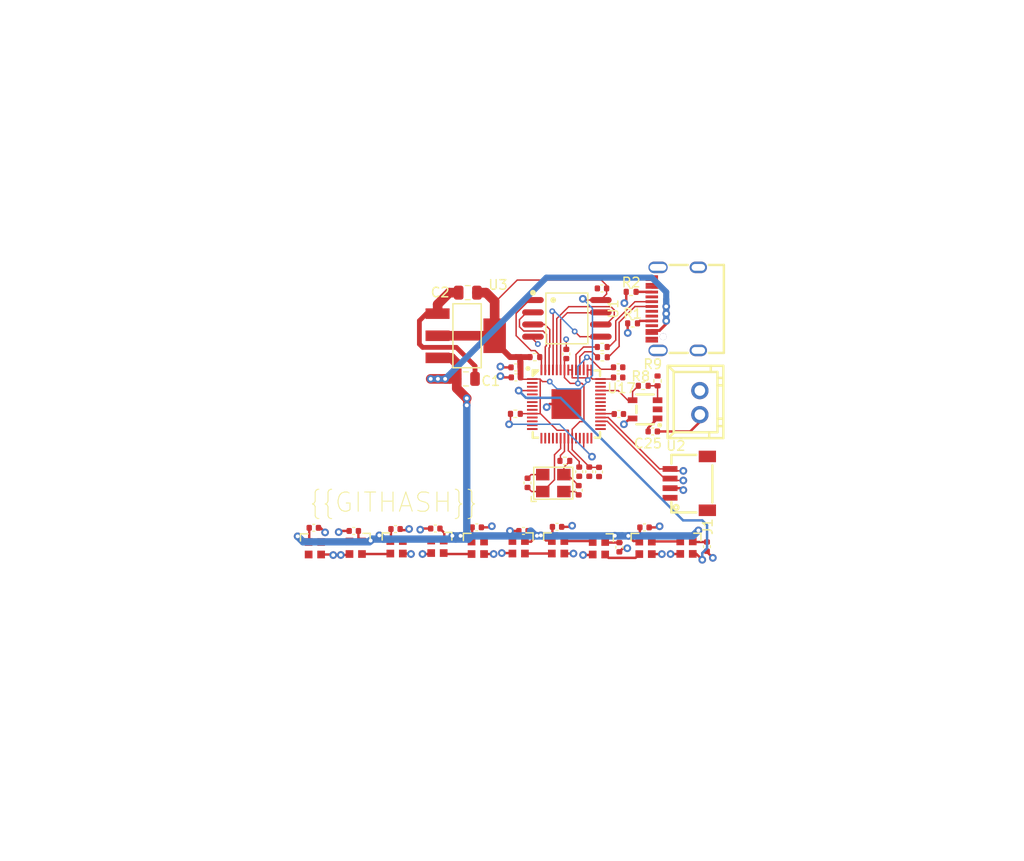
<source format=kicad_pcb>
(kicad_pcb (version 20240108) (generator "pcbnew") (generator_version "8.0")
  (layers (0 "F.Cu" signal) (31 "B.Cu" signal) (34 "B.Paste" user) (35 "F.Paste" user) (36 "B.SilkS" user "B.Silkscreen") (37 "F.SilkS" user "F.Silkscreen") (38 "B.Mask" user) (39 "F.Mask" user) (44 "Edge.Cuts" user))
  (net 0 "")
  (net 1 "vcc-1")
  (net 2 "dp")
  (net 3 "cc1")
  (net 4 "cc2")
  (net 5 "sub2")
  (net 6 "dm")
  (net 7 "gnd")
  (net 8 "sub1")
  (net 9 "inverting")
  (net 10 "audio_out")
  (net 11 "vcc-2")
  (net 12 "io2")
  (net 13 "io3")
  (net 14 "micro-cs-1")
  (net 15 "io1")
  (net 16 "io0")
  (net 17 "micro-sck-1")
  (net 18 "usb_dp")
  (net 19 "run")
  (net 20 "usb_dm")
  (net 21 "out")
  (net 22 "xout")
  (net 23 "xin")
  (net 24 "gpio15")
  (net 25 "micro-sck")
  (net 26 "micro.micro-vcc")
  (net 27 "gpio12")
  (net 28 "gpio18")
  (net 29 "gpio28_a2")
  (net 30 "miso")
  (net 31 "gpio16")
  (net 32 "gpio22")
  (net 33 "swclk")
  (net 34 "gpio0")
  (net 35 "micro-cs")
  (net 36 "gpio3")
  (net 37 "mosi")
  (net 38 "gpio2")
  (net 39 "gpio6")
  (net 40 "gpio14")
  (net 41 "gpio26_a0")
  (net 42 "gpio13")
  (net 43 "gpio17")
  (net 44 "sda")
  (net 45 "gpio23")
  (net 46 "tx")
  (net 47 "scl")
  (net 48 "gpio1")
  (net 49 "gpio7")
  (net 50 "gpio24")
  (net 51 "gpio25")
  (net 52 "swdio")
  (net 53 "gpio29_a3")
  (net 54 "gpio19")
  (net 55 "rx")
  (net 56 "led1.ic-vcc")
  (net 57 "led2.ic-vcc")
  (net 58 "mic_in")
  (net 59 "p2")
  (net 60 "mic_connector-vcc")
  (net 61 "led9.ic-vcc")
  (net 62 "led10.ic-vcc")
  (net 63 "led7.ic-vcc")
  (net 64 "led8.ic-vcc")
  (net 65 "led6.ic-vcc")
  (net 66 "led5.ic-vcc")
  (net 67 "led4.ic-vcc")
  (net 68 "led3.ic-vcc")
  (footprint "lib:C0402" (layer "F.Cu") (at 52.249053 133.099658 180)
    (property "Reference" "C23" (hide yes))
    (property "Value" "16V 100nF X7R ±10% 0402  Multilayer Ceramic Capacitors MLCC - SMD/SMT ROHS")
  )
  (footprint "lib:C0402" (layer "F.Cu") (at 78.068231 107.867973 180)
    (property "Reference" "C10" (hide yes))
    (property "Value" "25V 1uF X5R ±10% 0402  Multilayer Ceramic Capacitors MLCC - SMD/SMT ROHS")
  )
  (footprint "lib:C0402" (layer "F.Cu") (at 77.759443 126.962994 -90)
    (property "Reference" "C14" (hide yes))
    (property "Value" "25V 1uF X5R ±10% 0402  Multilayer Ceramic Capacitors MLCC - SMD/SMT ROHS")
  )
  (footprint "lib:C0402" (layer "F.Cu") (at 79.823626 120.935973)
    (property "Reference" "C9" (hide yes))
    (property "Value" "16V 100nF X7R ±10% 0402  Multilayer Ceramic Capacitors MLCC - SMD/SMT ROHS")
  )
  (footprint "lib:LED-SMD_4P-L2.0-W2.0-BR" (layer "F.Cu") (at 73.5 134.8 180)
    (property "Reference" "U10" (hide yes))
    (property "Value" "?")
  )
  (footprint "lib:C0805" (layer "F.Cu") (at 64.107449 108.30946 180)
    (property "Reference" "C2")
    (property "Value" "25V 10uF X5R ±10% 0805  Multilayer Ceramic Capacitors MLCC - SMD/SMT ROHS")
  )
  (footprint "lib:C0402" (layer "F.Cu") (at 73.391963 132.673858)
    (property "Reference" "C18" (hide yes))
    (property "Value" "16V 100nF X7R ±10% 0402  Multilayer Ceramic Capacitors MLCC - SMD/SMT ROHS")
  )
  (footprint "lib:C0402" (layer "F.Cu") (at 69.11598 117.12319 180)
    (property "Reference" "C8" (hide yes))
    (property "Value" "16V 100nF X7R ±10% 0402  Multilayer Ceramic Capacitors MLCC - SMD/SMT ROHS")
  )
  (footprint "lib:C0402" (layer "F.Cu") (at 75.645889 128.8667 -90)
    (property "Reference" "C4" (hide yes))
    (property "Value" "50V 20pF C0G ±5% 0402  Multilayer Ceramic Capacitors MLCC - SMD/SMT ROHS")
  )
  (footprint "lib:USB-C-SMD_KH-TYPE-C-16P" (layer "F.Cu") (at 85.67 110 90)
    (property "Reference" "U1")
    (property "Value" "?")
  )
  (footprint "lib:SOT-223-3_L6.5-W3.4-P2.30-LS7.0-BR" (layer "F.Cu") (at 63.932824 112.793388 180)
    (property "Reference" "U3")
    (property "Value" "?")
  )
  (footprint "lib:R0402" (layer "F.Cu") (at 83.85 117.49 90)
    (property "Reference" "R9")
    (property "Value" "62.5mW Thick Film Resistors 50V ±100ppm/℃ ±1% 10kΩ 0402  Chip Resistor - Surface Mount ROHS")
  )
  (footprint "lib:LED-SMD_4P-L2.0-W2.0-BR" (layer "F.Cu") (at 77.75 134.9 90)
    (property "Reference" "U9" (hide yes))
    (property "Value" "?")
  )
  (footprint "lib:CONN-SMD_4P-P1.00_SM04B-SRSS-TB-LF-SN" (layer "F.Cu") (at 87.09 128.15 90)
    (property "Reference" "J1")
    (property "Value" "?")
  )
  (footprint "lib:C0402" (layer "F.Cu") (at 48.091963 132.773858)
    (property "Reference" "C24" (hide yes))
    (property "Value" "16V 100nF X7R ±10% 0402  Multilayer Ceramic Capacitors MLCC - SMD/SMT ROHS")
  )
  (footprint "lib:LED-SMD_4P-L2.0-W2.0-BR" (layer "F.Cu") (at 69.4 134.8 90)
    (property "Reference" "U11" (hide yes))
    (property "Value" "?")
  )
  (footprint "lib:LED-SMD_4P-L2.0-W2.0-BR" (layer "F.Cu") (at 52.45 134.849658 90)
    (property "Reference" "U15" (hide yes))
    (property "Value" "?")
  )
  (footprint "lib:LED-SMD_4P-L2.0-W2.0-BR" (layer "F.Cu") (at 56.7 134.8 180)
    (property "Reference" "U14" (hide yes))
    (property "Value" "?")
  )
  (footprint "lib:C0402" (layer "F.Cu") (at 88.987555 134.73 -90)
    (property "Reference" "C15" (hide yes))
    (property "Value" "16V 100nF X7R ±10% 0402  Multilayer Ceramic Capacitors MLCC - SMD/SMT ROHS")
  )
  (footprint "lib:C0402" (layer "F.Cu") (at 69.087944 116.084464 180)
    (property "Reference" "C7" (hide yes))
    (property "Value" "16V 100nF X7R ±10% 0402  Multilayer Ceramic Capacitors MLCC - SMD/SMT ROHS")
  )
  (footprint "lib:SOT-23-5_L3.0-W1.7-P0.95-LS2.8-BR" (layer "F.Cu") (at 82.55 120.45)
    (property "Reference" "U17")
    (property "Value" "?")
  )
  (footprint "lib:LQFN-56_L7.0-W7.0-P0.4-EP" (layer "F.Cu") (at 74.36579 119.898441)
    (property "Reference" "U4" (hide yes))
    (property "Value" "?")
  )
  (footprint "lib:C0402" (layer "F.Cu") (at 82.491963 132.730948)
    (property "Reference" "C16" (hide yes))
    (property "Value" "16V 100nF X7R ±10% 0402  Multilayer Ceramic Capacitors MLCC - SMD/SMT ROHS")
  )
  (footprint "lib:R0402" (layer "F.Cu") (at 74.204851 125.811813)
    (property "Reference" "R5" (hide yes))
    (property "Value" "62.5mW Thick Film Resistors 50V ±100ppm/℃ ±1% 1kΩ 0402  Chip Resistor - Surface Mount ROHS")
  )
  (footprint "lib:C0402" (layer "F.Cu") (at 70.321768 128.096771 90)
    (property "Reference" "C3" (hide yes))
    (property "Value" "50V 20pF C0G ±5% 0402  Multilayer Ceramic Capacitors MLCC - SMD/SMT ROHS")
  )
  (footprint "lib:SOIC-8_L5.3-W5.3-P1.27-LS8.0-BL" (layer "F.Cu") (at 74.416104 110.989513 -90)
    (property "Reference" "U6" (hide yes))
    (property "Value" "?")
  )
  (footprint "lib:R0402" (layer "F.Cu") (at 78.096119 113.963617)
    (property "Reference" "R6" (hide yes))
    (property "Value" "62.5mW Thick Film Resistors 50V ±100ppm/℃ ±1% 27Ω 0402  Chip Resistor - Surface Mount ROHS")
  )
  (footprint "lib:R0402" (layer "F.Cu") (at 82.36 118)
    (property "Reference" "R8")
    (property "Value" "62.5mW Thick Film Resistors 50V ±100ppm/℃ ±1% 10kΩ 0402  Chip Resistor - Surface Mount ROHS")
  )
  (footprint "lib:R0402" (layer "F.Cu") (at 69.058759 120.917569 180)
    (property "Reference" "R3" (hide yes))
    (property "Value" "62.5mW Thick Film Resistors 50V ±100ppm/℃ ±1% 10kΩ 0402  Chip Resistor - Surface Mount ROHS")
  )
  (footprint "lib:LED-SMD_4P-L2.0-W2.0-BR" (layer "F.Cu") (at 82.6 134.85709 180)
    (property "Reference" "U8" (hide yes))
    (property "Value" "?")
  )
  (footprint "lib:C0402" (layer "F.Cu") (at 79.748019 116.072924)
    (property "Reference" "C12" (hide yes))
    (property "Value" "16V 100nF X7R ±10% 0402  Multilayer Ceramic Capacitors MLCC - SMD/SMT ROHS")
  )
  (footprint "lib:R0402" (layer "F.Cu") (at 78.109075 115.026072 180)
    (property "Reference" "R7" (hide yes))
    (property "Value" "62.5mW Thick Film Resistors 50V ±100ppm/℃ ±1% 27Ω 0402  Chip Resistor - Surface Mount ROHS")
  )
  (footprint "lib:CONN-TH_XH-2A" (layer "F.Cu") (at 88.25 119.75 90)
    (property "Reference" "U2")
    (property "Value" "?")
  )
  (footprint "lib:C0402" (layer "F.Cu") (at 69.9 133.1 180)
    (property "Reference" "C19" (hide yes))
    (property "Value" "16V 100nF X7R ±10% 0402  Multilayer Ceramic Capacitors MLCC - SMD/SMT ROHS")
  )
  (footprint "lib:OSC-SMD_4P-L3.2-W2.5-BL" (layer "F.Cu") (at 73.002824 128.12)
    (property "Reference" "U5" (hide yes))
    (property "Value" "?")
  )
  (footprint "lib:R0402" (layer "F.Cu") (at 81.25 111.5 180)
    (property "Reference" "R1")
    (property "Value" "62.5mW Thick Film Resistors 50V ±100ppm/℃ ±1% 5.1kΩ 0402  Chip Resistor - Surface Mount ROHS")
  )
  (footprint "lib:C0402" (layer "F.Cu") (at 79.748019 117.129664)
    (property "Reference" "C6" (hide yes))
    (property "Value" "16V 100nF X7R ±10% 0402  Multilayer Ceramic Capacitors MLCC - SMD/SMT ROHS")
  )
  (footprint "lib:LED-SMD_4P-L2.0-W2.0-BR" (layer "F.Cu") (at 86.861413 134.838037 90)
    (property "Reference" "U7" (hide yes))
    (property "Value" "?")
  )
  (footprint "lib:C0402" (layer "F.Cu") (at 79.876142 134.791963 -90)
    (property "Reference" "C17" (hide yes))
    (property "Value" "16V 100nF X7R ±10% 0402  Multilayer Ceramic Capacitors MLCC - SMD/SMT ROHS")
  )
  (footprint "lib:R0402" (layer "F.Cu") (at 71.080394 115.012652)
    (property "Reference" "R4" (hide yes))
    (property "Value" "62.5mW Thick Film Resistors 50V ±100ppm/℃ ±1% 10kΩ 0402  Chip Resistor - Surface Mount ROHS")
  )
  (footprint "lib:LED-SMD_4P-L2.0-W2.0-BR" (layer "F.Cu") (at 60.95 134.75 90)
    (property "Reference" "U13" (hide yes))
    (property "Value" "?")
  )
  (footprint "lib:C0402" (layer "F.Cu") (at 56.591963 132.9)
    (property "Reference" "C22" (hide yes))
    (property "Value" "16V 100nF X7R ±10% 0402  Multilayer Ceramic Capacitors MLCC - SMD/SMT ROHS")
  )
  (footprint "lib:C0402" (layer "F.Cu") (at 83.35 122.75 180)
    (property "Reference" "C25")
    (property "Value" "50V 10nF X7R ±10% 0402  Multilayer Ceramic Capacitors MLCC - SMD/SMT ROHS")
  )
  (footprint "lib:C0805" (layer "F.Cu") (at 63.909425 117.281475)
    (property "Reference" "C1")
    (property "Value" "25V 10uF X5R ±10% 0805  Multilayer Ceramic Capacitors MLCC - SMD/SMT ROHS")
  )
  (footprint "lib:R0402" (layer "F.Cu") (at 81.10043 108.226405 180)
    (property "Reference" "R2")
    (property "Value" "62.5mW Thick Film Resistors 50V ±100ppm/℃ ±1% 5.1kΩ 0402  Chip Resistor - Surface Mount ROHS")
  )
  (footprint "lib:C0402" (layer "F.Cu") (at 76.745239 126.934559 -90)
    (property "Reference" "C13" (hide yes))
    (property "Value" "16V 100nF X7R ±10% 0402  Multilayer Ceramic Capacitors MLCC - SMD/SMT ROHS")
  )
  (footprint "lib:C0402" (layer "F.Cu") (at 74.354692 114.6885 90)
    (property "Reference" "C11" (hide yes))
    (property "Value" "16V 100nF X7R ±10% 0402  Multilayer Ceramic Capacitors MLCC - SMD/SMT ROHS")
  )
  (footprint "lib:LED-SMD_4P-L2.0-W2.0-BR" (layer "F.Cu") (at 48.2 134.9 180)
    (property "Reference" "U16" (hide yes))
    (property "Value" "?")
  )
  (footprint "lib:C0402" (layer "F.Cu") (at 75.698284 126.934559 -90)
    (property "Reference" "C5" (hide yes))
    (property "Value" "16V 100nF X7R ±10% 0402  Multilayer Ceramic Capacitors MLCC - SMD/SMT ROHS")
  )
  (footprint "lib:C0402" (layer "F.Cu") (at 60.73 132.85 180)
    (property "Reference" "C21" (hide yes))
    (property "Value" "16V 100nF X7R ±10% 0402  Multilayer Ceramic Capacitors MLCC - SMD/SMT ROHS")
  )
  (footprint "lib:LED-SMD_4P-L2.0-W2.0-BR" (layer "F.Cu") (at 65.15 134.85 180)
    (property "Reference" "U12" (hide yes))
    (property "Value" "?")
  )
  (footprint "lib:C0402" (layer "F.Cu") (at 65.041963 132.723858)
    (property "Reference" "C20" (hide yes))
    (property "Value" "16V 100nF X7R ±10% 0402  Multilayer Ceramic Capacitors MLCC - SMD/SMT ROHS")
  )
  (gr_text "{{GITHASH}}" (at 47.5 131.3 0) (layer "F.SilkS") (effects (font (size 2 2) (thickness 0.1)) (justify left bottom)))
  (segment (start 47.611963 134.188037) (end 47.55 134.25) (width 0.25) (layer "F.Cu") (net 1))
  (segment (start 70.38 133.82) (end 70.05 134.15) (width 0.254) (layer "F.Cu") (net 1))
  (segment (start 72.911963 134.088037) (end 72.85 134.15) (width 0.25) (layer "F.Cu") (net 1))
  (segment (start 88.102488 133.044497) (end 87.573376 133.573609) (width 0.25) (layer "F.Cu") (net 1))
  (segment (start 79.05 133.6) (end 78.4 134.25) (width 0.25) (layer "F.Cu") (net 1))
  (segment (start 52.729053 133.828711) (end 52.729053 133.099658) (width 0.254) (layer "F.Cu") (net 1))
  (segment (start 71.70646 133.558925) (end 72.235572 134.088037) (width 0.25) (layer "F.Cu") (net 1))
  (segment (start 53.000342 134.1) (end 52.729053 133.828711) (width 0.254) (layer "F.Cu") (net 1))
  (segment (start 87.573376 134.25) (end 87.511413 134.188037) (width 0.25) (layer "F.Cu") (net 1))
  (segment (start 83.26 107.75) (end 84.204 107.75) (width 0.3) (layer "F.Cu") (net 1))
  (segment (start 62.25 117.281475) (end 60.25 117.281475) (width 1) (layer "F.Cu") (net 1))
  (segment (start 87.573376 133.573609) (end 87.573376 134.25) (width 0.25) (layer "F.Cu") (net 1))
  (segment (start 88.987555 134.25) (end 87.573376 134.25) (width 0.25) (layer "F.Cu") (net 1))
  (segment (start 61.75 117.281475) (end 60.25 117.281475) (width 0.635) (layer "F.Cu") (net 1))
  (segment (start 64.561963 134.138037) (end 64.5 134.2) (width 0.25) (layer "F.Cu") (net 1))
  (segment (start 56.111963 134.088037) (end 56.05 134.15) (width 0.25) (layer "F.Cu") (net 1))
  (segment (start 84.75 110.5) (end 84.75 111.25) (width 0.3) (layer "F.Cu") (net 1))
  (segment (start 62.959425 118.259425) (end 64 119.3) (width 1) (layer "F.Cu") (net 1))
  (segment (start 61.21 132.85) (end 61.661963 133.301963) (width 0.254) (layer "F.Cu") (net 1))
  (segment (start 70.688037 134.211963) (end 70.111963 134.211963) (width 0.25) (layer "F.Cu") (net 1))
  (segment (start 54.90646 133.558925) (end 55.435572 134.088037) (width 0.25) (layer "F.Cu") (net 1))
  (segment (start 72.235572 134.088037) (end 72.911963 134.088037) (width 0.25) (layer "F.Cu") (net 1))
  (segment (start 63.885572 134.138037) (end 64.561963 134.138037) (width 0.25) (layer "F.Cu") (net 1))
  (segment (start 70.111963 134.211963) (end 70.05 134.15) (width 0.25) (layer "F.Cu") (net 1))
  (segment (start 82.011963 134.145127) (end 81.95 134.20709) (width 0.25) (layer "F.Cu") (net 1))
  (segment (start 79.4 133.6) (end 79.05 133.6) (width 0.25) (layer "F.Cu") (net 1))
  (segment (start 79.876142 134.311963) (end 78.461963 134.311963) (width 0.25) (layer "F.Cu") (net 1))
  (segment (start 64 119.3) (end 64 120.031717) (width 0.762) (layer "F.Cu") (net 1))
  (segment (start 54 134.1) (end 53.000342 134.1) (width 0.254) (layer "F.Cu") (net 1))
  (segment (start 53.161963 134.261621) (end 53.1 134.199658) (width 0.25) (layer "F.Cu") (net 1))
  (segment (start 62.399009 115.093388) (end 60.962824 115.093388) (width 1) (layer "F.Cu") (net 1))
  (segment (start 62.959425 117.281475) (end 62.25 117.281475) (width 1) (layer "F.Cu") (net 1))
  (segment (start 70.38 133.1) (end 70.38 133.82) (width 0.254) (layer "F.Cu") (net 1))
  (segment (start 84.75 111.25) (end 84.75 111.551867) (width 0.3) (layer "F.Cu") (net 1))
  (segment (start 84.75 108.296) (end 84.75 109.75) (width 0.3) (layer "F.Cu") (net 1))
  (segment (start 80.110512 134.311963) (end 79.876142 134.311963) (width 0.25) (layer "F.Cu") (net 1))
  (segment (start 46.935572 134.188037) (end 47.611963 134.188037) (width 0.25) (layer "F.Cu") (net 1))
  (segment (start 61.938037 134.161963) (end 61.661963 134.161963) (width 0.25) (layer "F.Cu") (net 1))
  (segment (start 80.80646 133.616015) (end 81.335572 134.145127) (width 0.25) (layer "F.Cu") (net 1))
  (segment (start 62.25 117.281475) (end 61.75 117.281475) (width 1) (layer "F.Cu") (net 1))
  (segment (start 62.959425 117.281475) (end 62.959425 118.259425) (width 1) (layer "F.Cu") (net 1))
  (segment (start 84.75 111.551867) (end 84.051867 112.25) (width 0.3) (layer "F.Cu") (net 1))
  (segment (start 61.661963 133.301963) (end 61.661963 134.038037) (width 0.254) (layer "F.Cu") (net 1))
  (segment (start 78.461963 134.311963) (end 78.4 134.25) (width 0.25) (layer "F.Cu") (net 1))
  (segment (start 53.838379 134.261621) (end 53.161963 134.261621) (width 0.25) (layer "F.Cu") (net 1))
  (segment (start 47.611963 132.773858) (end 47.611963 134.188037) (width 0.25) (layer "F.Cu") (net 1))
  (segment (start 46.40646 133.658925) (end 46.935572 134.188037) (width 0.25) (layer "F.Cu") (net 1))
  (segment (start 82.011963 132.730948) (end 82.011963 134.145127) (width 0.25) (layer "F.Cu") (net 1))
  (segment (start 63.35646 133.608925) (end 63.885572 134.138037) (width 0.25) (layer "F.Cu") (net 1))
  (segment (start 84.204 107.75) (end 84.75 108.296) (width 0.3) (layer "F.Cu") (net 1))
  (segment (start 61.661963 134.038037) (end 61.6 134.1) (width 0.254) (layer "F.Cu") (net 1))
  (segment (start 62.959425 117.281475) (end 62.959425 115.653804) (width 1) (layer "F.Cu") (net 1))
  (segment (start 84.051867 112.25) (end 83.25 112.25) (width 0.3) (layer "F.Cu") (net 1))
  (segment (start 54 134.1) (end 53.838379 134.261621) (width 0.25) (layer "F.Cu") (net 1))
  (segment (start 62.959425 115.653804) (end 62.399009 115.093388) (width 1) (layer "F.Cu") (net 1))
  (segment (start 81.335572 134.145127) (end 82.011963 134.145127) (width 0.25) (layer "F.Cu") (net 1))
  (segment (start 62.5 133.6) (end 61.938037 134.161963) (width 0.25) (layer "F.Cu") (net 1))
  (segment (start 71.3 133.6) (end 70.688037 134.211963) (width 0.25) (layer "F.Cu") (net 1))
  (segment (start 56.111963 132.9) (end 56.111963 134.088037) (width 0.25) (layer "F.Cu") (net 1))
  (segment (start 84.75 109.75) (end 84.75 110.5) (width 0.3) (layer "F.Cu") (net 1))
  (segment (start 72.911963 132.673858) (end 72.911963 134.088037) (width 0.25) (layer "F.Cu") (net 1))
  (segment (start 55.435572 134.088037) (end 56.111963 134.088037) (width 0.25) (layer "F.Cu") (net 1))
  (segment (start 64.561963 132.723858) (end 64.561963 134.138037) (width 0.25) (layer "F.Cu") (net 1))
  (segment (start 61.661963 134.161963) (end 61.6 134.1) (width 0.25) (layer "F.Cu") (net 1))
  (via (at 61 117.281475) (size 0.8) (drill 0.4) (layers "F.Cu" "B.Cu") (net 1))
  (via (at 79.4 133.6) (size 0.8) (drill 0.4) (layers "F.Cu" "B.Cu") (net 1))
  (via (at 84.75 111.25) (size 0.8) (drill 0.4) (layers "F.Cu" "B.Cu") (net 1))
  (via (at 60.25 117.281475) (size 0.8) (drill 0.4) (layers "F.Cu" "B.Cu") (net 1))
  (via (at 80.80646 133.616015) (size 0.8) (drill 0.4) (layers "F.Cu" "B.Cu") (net 1))
  (via (at 71.70646 133.558925) (size 0.8) (drill 0.4) (layers "F.Cu" "B.Cu") (net 1))
  (via (at 64 119.3) (size 0.8) (drill 0.4) (layers "F.Cu" "B.Cu") (net 1))
  (via (at 88.102488 133.044497) (size 0.8) (drill 0.4) (layers "F.Cu" "B.Cu") (net 1))
  (via (at 46.40646 133.658925) (size 0.8) (drill 0.4) (layers "F.Cu" "B.Cu") (net 1))
  (via (at 63.35646 133.608925) (size 0.8) (drill 0.4) (layers "F.Cu" "B.Cu") (net 1))
  (via (at 84.75 109.75) (size 0.8) (drill 0.4) (layers "F.Cu" "B.Cu") (net 1))
  (via (at 64 120.031717) (size 0.8) (drill 0.4) (layers "F.Cu" "B.Cu") (net 1))
  (via (at 54 134.1) (size 0.8) (drill 0.4) (layers "F.Cu" "B.Cu") (net 1))
  (via (at 61.75 117.281475) (size 0.8) (drill 0.4) (layers "F.Cu" "B.Cu") (net 1))
  (via (at 84.75 110.5) (size 0.8) (drill 0.4) (layers "F.Cu" "B.Cu") (net 1))
  (via (at 71.3 133.6) (size 0.8) (drill 0.4) (layers "F.Cu" "B.Cu") (net 1))
  (via (at 54.90646 133.558925) (size 0.8) (drill 0.4) (layers "F.Cu" "B.Cu") (net 1))
  (via (at 62.5 133.6) (size 0.8) (drill 0.4) (layers "F.Cu" "B.Cu") (net 1))
  (segment (start 64 133.779449) (end 64.168283 133.947732) (width 0.762) (layer "B.Cu") (net 1))
  (segment (start 64.168283 133.947732) (end 56 133.947732) (width 0.762) (layer "B.Cu") (net 1))
  (segment (start 72.5 133.616015) (end 64.5 133.616015) (width 0.762) (layer "B.Cu") (net 1))
  (segment (start 72.5 133.616015) (end 71.81355 133.616015) (width 0.762) (layer "B.Cu") (net 1))
  (segment (start 62.847732 133.947732) (end 62.5 133.6) (width 0.762) (layer "B.Cu") (net 1))
  (segment (start 84.75 109.75) (end 84.75 109) (width 0.635) (layer "B.Cu") (net 1))
  (segment (start 53.868872 134.231128) (end 46.978663 134.231128) (width 0.762) (layer "B.Cu") (net 1))
  (segment (start 88.102488 133.044497) (end 87.53097 133.616015) (width 0.762) (layer "B.Cu") (net 1))
  (segment (start 56 133.947732) (end 55.295267 133.947732) (width 0.762) (layer "B.Cu") (net 1))
  (segment (start 56 133.947732) (end 54.152268 133.947732) (width 0.762) (layer "B.Cu") (net 1))
  (segment (start 84.75 109) (end 84.75 108.25) (width 0.635) (layer "B.Cu") (net 1))
  (segment (start 64 120.031717) (end 64 133.779449) (width 0.762) (layer "B.Cu") (net 1))
  (segment (start 61.75 117.281475) (end 61 117.281475) (width 0.635) (layer "B.Cu") (net 1))
  (segment (start 63.36355 133.616015) (end 63.35646 133.608925) (width 0.762) (layer "B.Cu") (net 1))
  (segment (start 81.8 133.616015) (end 80.2 133.616015) (width 0.762) (layer "B.Cu") (net 1))
  (segment (start 54.152268 133.947732) (end 53.868872 134.231128) (width 0.762) (layer "B.Cu") (net 1))
  (segment (start 64.5 133.616015) (end 62.516015 133.616015) (width 0.762) (layer "B.Cu") (net 1))
  (segment (start 71.15063 133.616015) (end 70.641075 133.10646) (width 0.762) (layer "B.Cu") (net 1))
  (segment (start 64.5 133.616015) (end 64.168283 133.947732) (width 0.762) (layer "B.Cu") (net 1))
  (segment (start 61 117.281475) (end 60.25 117.281475) (width 0.635) (layer "B.Cu") (net 1))
  (segment (start 84.75 109) (end 84.75 111.25) (width 0.635) (layer "B.Cu") (net 1))
  (segment (start 80.2 133.616015) (end 73.4 133.616015) (width 0.762) (layer "B.Cu") (net 1))
  (segment (start 64.5 133.616015) (end 63.36355 133.616015) (width 0.762) (layer "B.Cu") (net 1))
  (segment (start 62.516015 133.616015) (end 62.5 133.6) (width 0.762) (layer "B.Cu") (net 1))
  (segment (start 73.4 133.616015) (end 71.15063 133.616015) (width 0.762) (layer "B.Cu") (net 1))
  (segment (start 72.281475 106.75) (end 62.390737 116.640737) (width 0.635) (layer "B.Cu") (net 1))
  (segment (start 79.416015 133.616015) (end 79.4 133.6) (width 0.762) (layer "B.Cu") (net 1))
  (segment (start 46.978663 134.231128) (end 46.40646 133.658925) (width 0.762) (layer "B.Cu") (net 1))
  (segment (start 84.75 108.25) (end 83.25 106.75) (width 0.635) (layer "B.Cu") (net 1))
  (segment (start 54.152268 133.947732) (end 54 134.1) (width 0.762) (layer "B.Cu") (net 1))
  (segment (start 62.390737 116.640737) (end 62.140737 116.890737) (width 0.635) (layer "B.Cu") (net 1))
  (segment (start 80.2 133.616015) (end 79.416015 133.616015) (width 0.762) (layer "B.Cu") (net 1))
  (segment (start 81.8 133.616015) (end 80.80646 133.616015) (width 0.762) (layer "B.Cu") (net 1))
  (segment (start 71.81355 133.616015) (end 71.80646 133.608925) (width 0.762) (layer "B.Cu") (net 1))
  (segment (start 62.140737 116.890737) (end 62.140737 116.890738) (width 0.635) (layer "B.Cu") (net 1))
  (segment (start 55.295267 133.947732) (end 54.90646 133.558925) (width 0.762) (layer "B.Cu") (net 1))
  (segment (start 62.140737 116.890738) (end 61.75 117.281475) (width 0.635) (layer "B.Cu") (net 1))
  (segment (start 83.25 106.75) (end 72.281475 106.75) (width 0.635) (layer "B.Cu") (net 1))
  (segment (start 73.4 133.616015) (end 72.5 133.616015) (width 0.762) (layer "B.Cu") (net 1))
  (segment (start 87.53097 133.616015) (end 81.8 133.616015) (width 0.762) (layer "B.Cu") (net 1))
  (segment (start 78.786383 113.963617) (end 79.5 113.25) (width 0.1524) (layer "F.Cu") (net 2))
  (segment (start 83.25 109.25) (end 81.5 109.25) (width 0.1524) (layer "F.Cu") (net 2))
  (segment (start 78.606119 113.963617) (end 78.786383 113.963617) (width 0.1524) (layer "F.Cu") (net 2))
  (segment (start 79.5 111.25) (end 81.5 109.25) (width 0.1524) (layer "F.Cu") (net 2))
  (segment (start 79.5 113.25) (end 79.5 111.25) (width 0.1524) (layer "F.Cu") (net 2))
  (segment (start 83.25 111.25) (end 82.01 111.25) (width 0.25) (layer "F.Cu") (net 3))
  (segment (start 83.227051 111.227051) (end 83.25 111.25) (width 0.25) (layer "F.Cu") (net 3))
  (segment (start 82.01 111.25) (end 81.76 111.5) (width 0.25) (layer "F.Cu") (net 3))
  (segment (start 83.226405 108.226405) (end 83.25 108.25) (width 0.25) (layer "F.Cu") (net 4))
  (segment (start 81.61043 108.226405) (end 83.226405 108.226405) (width 0.25) (layer "F.Cu") (net 4))
  (segment (start 78.619075 115.026072) (end 78.723928 115.026072) (width 0.1524) (layer "F.Cu") (net 6))
  (segment (start 79.8524 113.8976) (end 79.8524 111.395968) (width 0.1524) (layer "F.Cu") (net 6))
  (segment (start 79.8524 111.395968) (end 81.498368 109.75) (width 0.1524) (layer "F.Cu") (net 6))
  (segment (start 83.25 109.75) (end 81.498368 109.75) (width 0.1524) (layer "F.Cu") (net 6))
  (segment (start 78.723928 115.026072) (end 79.8524 113.8976) (width 0.1524) (layer "F.Cu") (net 6))
  (segment (start 80.248105 134.9) (end 79.876142 135.271963) (width 0.25) (layer "F.Cu") (net 7))
  (segment (start 80.74 112.49) (end 80.74 111.5) (width 0.254) (layer "F.Cu") (net 7))
  (segment (start 80.75 112.5) (end 80.74 112.49) (width 0.254) (layer "F.Cu") (net 7))
  (segment (start 57.883268 133.016732) (end 58 132.9) (width 0.25) (layer "F.Cu") (net 7))
  (segment (start 86.19945 135.5) (end 86.211413 135.488037) (width 0.25) (layer "F.Cu") (net 7))
  (segment (start 70.698539 127.24) (end 70.321768 127.616771) (width 0.15) (layer "F.Cu") (net 7))
  (segment (start 51.769053 133.099658) (end 50.795441 133.099658) (width 0.25) (layer "F.Cu") (net 7))
  (segment (start 82.971963 132.730948) (end 83.945575 132.730948) (width 0.25) (layer "F.Cu") (net 7))
  (segment (start 67.5 116) (end 67.584464 116.084464) (width 0.254) (layer "F.Cu") (net 7))
  (segment (start 58.2 135.5) (end 58.15 135.45) (width 0.25) (layer "F.Cu") (net 7))
  (segment (start 88.987555 135.287555) (end 88.987555 135.21) (width 0.25) (layer "F.Cu") (net 7))
  (segment (start 67.62319 117.12319) (end 68.63598 117.12319) (width 0.254) (layer "F.Cu") (net 7))
  (segment (start 66.8 135.5) (end 65.8 135.5) (width 0.25) (layer "F.Cu") (net 7))
  (segment (start 85.2 135.5) (end 86.19945 135.5) (width 0.25) (layer "F.Cu") (net 7))
  (segment (start 67.650003 135.4) (end 68.7 135.4) (width 0.25) (layer "F.Cu") (net 7))
  (segment (start 49.262452 133.250128) (end 48.786182 132.773858) (width 0.25) (layer "F.Cu") (net 7))
  (segment (start 70.886104 112.889513) (end 70.886104 113.141912) (width 0.15) (layer "F.Cu") (net 7))
  (segment (start 65.521963 132.723858) (end 66.495575 132.723858) (width 0.25) (layer "F.Cu") (net 7))
  (segment (start 59.4 135.5) (end 60.2 135.5) (width 0.25) (layer "F.Cu") (net 7))
  (segment (start 75.299189 129) (end 74.102824 129) (width 0.15) (layer "F.Cu") (net 7))
  (segment (start 67.584464 116.084464) (end 68.607944 116.084464) (width 0.254) (layer "F.Cu") (net 7))
  (segment (start 68.5 133.1) (end 69.42 133.1) (width 0.254) (layer "F.Cu") (net 7))
  (segment (start 80.7 134.9) (end 80.248105 134.9) (width 0.25) (layer "F.Cu") (net 7))
  (segment (start 50.050683 135.55) (end 50.109539 135.608856) (width 0.25) (layer "F.Cu") (net 7))
  (segment (start 60.973521 109.525645) (end 62.189706 108.30946) (width 1) (layer "F.Cu") (net 7))
  (segment (start 62.916274 114.001838) (end 59.412559 114.001838) (width 0.5) (layer "F.Cu") (net 7))
  (segment (start 48.85 135.55) (end 50.050683 135.55) (width 0.25) (layer "F.Cu") (net 7))
  (segment (start 60.962824 110.493388) (end 60.973521 110.493388) (width 0.25) (layer "F.Cu") (net 7))
  (segment (start 51.699658 135.6) (end 51.8 135.499658) (width 0.25) (layer "F.Cu") (net 7))
  (segment (start 59.072449 113.661728) (end 59.072449 111.232368) (width 0.5) (layer "F.Cu") (net 7))
  (segment (start 60.973521 110.493388) (end 60.973521 109.525645) (width 1) (layer "F.Cu") (net 7))
  (segment (start 72.63421 119.898441) (end 72.31529 120.217361) (width 0.25) (layer "F.Cu") (net 7))
  (segment (start 60.2 135.5) (end 60.3 135.4) (width 0.25) (layer "F.Cu") (net 7))
  (segment (start 70.886104 113.141912) (end 71.39599 113.651798) (width 0.15) (layer "F.Cu") (net 7))
  (segment (start 60.25 132.85) (end 59.276388 132.85) (width 0.25) (layer "F.Cu") (net 7))
  (segment (start 48.786182 132.773858) (end 48.571963 132.773858) (width 0.25) (layer "F.Cu") (net 7))
  (segment (start 68.7 135.4) (end 68.75 135.45) (width 0.25) (layer "F.Cu") (net 7))
  (segment (start 80.396854 109.396854) (end 80.59043 109.203278) (width 0.254) (layer "F.Cu") (net 7))
  (segment (start 64.859425 117.281475) (end 64.859425 115.944989) (width 0.5) (layer "F.Cu") (net 7))
  (segment (start 66.495575 132.723858) (end 66.612307 132.607126) (width 0.25) (layer "F.Cu") (net 7))
  (segment (start 74.845575 132.673858) (end 74.962307 132.557126) (width 0.25) (layer "F.Cu") (net 7))
  (segment (start 77.05 135.6) (end 77.1 135.55) (width 0.25) (layer "F.Cu") (net 7))
  (segment (start 71.902824 127.24) (end 70.698539 127.24) (width 0.15) (layer "F.Cu") (net 7))
  (segment (start 76.1 135.6) (end 77.05 135.6) (width 0.25) (layer "F.Cu") (net 7))
  (segment (start 73.871963 132.673858) (end 74.845575 132.673858) (width 0.25) (layer "F.Cu") (net 7))
  (segment (start 58.15 135.45) (end 57.35 135.45) (width 0.25) (layer "F.Cu") (net 7))
  (segment (start 62.189706 108.30946) (end 63.157449 108.30946) (width 1) (layer "F.Cu") (net 7))
  (segment (start 59.412559 114.001838) (end 59.072449 113.661728) (width 0.5) (layer "F.Cu") (net 7))
  (segment (start 75.645889 129.3467) (end 75.299189 129) (width 0.15) (layer "F.Cu") (net 7))
  (segment (start 89.6 135.9) (end 88.987555 135.287555) (width 0.25) (layer "F.Cu") (net 7))
  (segment (start 74.36579 119.898441) (end 72.63421 119.898441) (width 0.25) (layer "F.Cu") (net 7))
  (segment (start 75.1 135.45) (end 74.15 135.45) (width 0.25) (layer "F.Cu") (net 7))
  (segment (start 50.9 135.6) (end 51.699658 135.6) (width 0.25) (layer "F.Cu") (net 7))
  (segment (start 67.5 117) (end 67.62319 117.12319) (width 0.254) (layer "F.Cu") (net 7))
  (segment (start 59.072449 111.232368) (end 59.811429 110.493388) (width 0.5) (layer "F.Cu") (net 7))
  (segment (start 59.811429 110.493388) (end 60.962824 110.493388) (width 0.5) (layer "F.Cu") (net 7))
  (segment (start 64.859425 115.944989) (end 62.916274 114.001838) (width 0.5) (layer "F.Cu") (net 7))
  (segment (start 80.59043 109.203278) (end 80.59043 108.226405) (width 0.254) (layer "F.Cu") (net 7))
  (segment (start 74.34029 113.159333) (end 74.354692 113.173735) (width 0.15) (layer "F.Cu") (net 7))
  (segment (start 56.909656 133.016732) (end 57.883268 133.016732) (width 0.25) (layer "F.Cu") (net 7))
  (segment (start 84.3 135.50709) (end 83.25 135.50709) (width 0.25) (layer "F.Cu") (net 7))
  (segment (start 83.945575 132.730948) (end 84.062307 132.614216) (width 0.25) (layer "F.Cu") (net 7))
  (segment (start 74.354692 113.173735) (end 74.354692 114.2085) (width 0.15) (layer "F.Cu") (net 7))
  (via (at 76.1 135.6) (size 0.8) (drill 0.4) (layers "F.Cu" "B.Cu") (net 7))
  (via (at 58 132.9) (size 0.8) (drill 0.4) (layers "F.Cu" "B.Cu") (net 7))
  (via (at 67.5 117) (size 0.8) (drill 0.4) (layers "F.Cu" "B.Cu") (net 7))
  (via (at 80.7 134.9) (size 0.8) (drill 0.4) (layers "F.Cu" "B.Cu") (net 7))
  (via (at 66.612307 132.607126) (size 0.8) (drill 0.4) (layers "F.Cu" "B.Cu") (net 7))
  (via (at 49.262452 133.250128) (size 0.8) (drill 0.4) (layers "F.Cu" "B.Cu") (net 7))
  (via (at 84.062307 132.614216) (size 0.8) (drill 0.4) (layers "F.Cu" "B.Cu") (net 7))
  (via (at 50.9 135.6) (size 0.8) (drill 0.4) (layers "F.Cu" "B.Cu") (net 7))
  (via (at 50.678709 133.21639) (size 0.8) (drill 0.4) (layers "F.Cu" "B.Cu") (net 7))
  (via (at 80.75 112.5) (size 0.8) (drill 0.4) (layers "F.Cu" "B.Cu") (net 7))
  (via (at 74.962307 132.557126) (size 0.8) (drill 0.4) (layers "F.Cu" "B.Cu") (net 7))
  (via (at 89.6 135.9) (size 0.8) (drill 0.4) (layers "F.Cu" "B.Cu") (net 7))
  (via (at 71.39599 113.651798) (size 0.6) (drill 0.3) (layers "F.Cu" "B.Cu") (net 7))
  (via (at 59.159656 132.966732) (size 0.8) (drill 0.4) (layers "F.Cu" "B.Cu") (net 7))
  (via (at 50.109539 135.608856) (size 0.8) (drill 0.4) (layers "F.Cu" "B.Cu") (net 7))
  (via (at 67.5 116) (size 0.8) (drill 0.4) (layers "F.Cu" "B.Cu") (net 7))
  (via (at 66.8 135.5) (size 0.8) (drill 0.4) (layers "F.Cu" "B.Cu") (net 7))
  (via (at 67.650003 135.4) (size 0.8) (drill 0.4) (layers "F.Cu" "B.Cu") (net 7))
  (via (at 75.1 135.45) (size 0.8) (drill 0.4) (layers "F.Cu" "B.Cu") (net 7))
  (via (at 80.396854 109.396854) (size 0.8) (drill 0.4) (layers "F.Cu" "B.Cu") (net 7))
  (via (at 72.31529 120.217361) (size 0.8) (drill 0.4) (layers "F.Cu" "B.Cu") (net 7))
  (via (at 59.4 135.5) (size 0.8) (drill 0.4) (layers "F.Cu" "B.Cu") (net 7))
  (via (at 58.2 135.5) (size 0.8) (drill 0.4) (layers "F.Cu" "B.Cu") (net 7))
  (via (at 84.3 135.50709) (size 0.8) (drill 0.4) (layers "F.Cu" "B.Cu") (net 7))
  (via (at 74.34029 113.159333) (size 0.6) (drill 0.3) (layers "F.Cu" "B.Cu") (net 7))
  (via (at 85.2 135.5) (size 0.8) (drill 0.4) (layers "F.Cu" "B.Cu") (net 7))
  (via (at 68.5 133.1) (size 0.8) (drill 0.4) (layers "F.Cu" "B.Cu") (net 7))
  (segment (start 82.87 118) (end 83.85 118) (width 0.1524) (layer "F.Cu") (net 9))
  (segment (start 83.85 119.5) (end 83.85 118) (width 0.1524) (layer "F.Cu") (net 9))
  (segment (start 79.748441 118.498441) (end 77.91579 118.498441) (width 0.1524) (layer "F.Cu") (net 10))
  (segment (start 81.25 119.5) (end 81.25 118.6) (width 0.1524) (layer "F.Cu") (net 10))
  (segment (start 80.75 119.5) (end 79.748441 118.498441) (width 0.1524) (layer "F.Cu") (net 10))
  (segment (start 81.25 119.5) (end 80.75 119.5) (width 0.1524) (layer "F.Cu") (net 10))
  (segment (start 81.25 118.6) (end 81.85 118) (width 0.1524) (layer "F.Cu") (net 10))
  (segment (start 77.946104 109.079513) (end 77.946104 109.053896) (width 0.15) (layer "F.Cu") (net 11))
  (segment (start 74.96579 117.148441) (end 74.99079 117.123441) (width 0.15) (layer "F.Cu") (net 11))
  (segment (start 74.99079 117.173441) (end 76.54079 117.173441) (width 0.15) (layer "F.Cu") (net 11))
  (segment (start 71.878472 117.561123) (end 72.633582 117.561123) (width 0.15) (layer "F.Cu") (net 11))
  (segment (start 76.201862 109.079513) (end 76.07579 108.953441) (width 0.15) (layer "F.Cu") (net 11))
  (segment (start 67.043389 109.206611) (end 66.902824 109.206611) (width 0.15) (layer "F.Cu") (net 11))
  (segment (start 79.295502 117.325254) (end 79.268689 117.298441) (width 0.15) (layer "F.Cu") (net 11))
  (segment (start 66.902824 109.206611) (end 66.902824 112.793388) (width 1) (layer "F.Cu") (net 11))
  (segment (start 71.61579 120.898441) (end 70.81579 120.898441) (width 0.15) (layer "F.Cu") (net 11))
  (segment (start 78 107) (end 69.25 107) (width 0.15) (layer "F.Cu") (net 11))
  (segment (start 78.548231 107.548231) (end 78 107) (width 0.15) (layer "F.Cu") (net 11))
  (segment (start 86.33 128.65) (end 86.53 128.85) (width 0.254) (layer "F.Cu") (net 11))
  (segment (start 74.99079 117.123441) (end 74.99079 117.173441) (width 0.15) (layer "F.Cu") (net 11))
  (segment (start 77.946104 109.079513) (end 76.201862 109.079513) (width 0.15) (layer "F.Cu") (net 11))
  (segment (start 69.567944 115.097532) (end 69.567944 115.5) (width 0.6096) (layer "F.Cu") (net 11))
  (segment (start 71.64079 117.323441) (end 71.878472 117.561123) (width 0.15) (layer "F.Cu") (net 11))
  (segment (start 69.567944 115.5) (end 69.59598 115.528036) (width 0.6096) (layer "F.Cu") (net 11))
  (segment (start 66.005673 108.30946) (end 66.902824 109.206611) (width 1) (layer "F.Cu") (net 11))
  (segment (start 85.15 128.65) (end 86.33 128.65) (width 0.254) (layer "F.Cu") (net 11))
  (segment (start 70.81579 117.298441) (end 71.61579 117.298441) (width 0.15) (layer "F.Cu") (net 11))
  (segment (start 73.39079 122.623441) (end 74.54079 122.623441) (width 0.15) (layer "F.Cu") (net 11))
  (segment (start 74.56579 123.448441) (end 74.56579 124.740124) (width 0.15) (layer "F.Cu") (net 11))
  (segment (start 75.698284 125.872618) (end 75.698284 126.454559) (width 0.15) (layer "F.Cu") (net 11))
  (segment (start 71.64079 117.323441) (end 71.64079 120.873441) (width 0.15) (layer "F.Cu") (net 11))
  (segment (start 77.070845 117.298441) (end 77.91579 117.298441) (width 0.15) (layer "F.Cu") (net 11))
  (segment (start 76.56579 117.148441) (end 76.56579 116.348441) (width 0.15) (layer "F.Cu") (net 11))
  (segment (start 69.25 107) (end 67.043389 109.206611) (width 0.15) (layer "F.Cu") (net 11))
  (segment (start 66.902824 113.402824) (end 66.902824 112.793388) (width 0.6096) (layer "F.Cu") (net 11))
  (segment (start 76.96579 116.348441) (end 76.56579 116.348441) (width 0.15) (layer "F.Cu") (net 11))
  (segment (start 69.122088 115.012652) (end 68.512652 115.012652) (width 0.6096) (layer "F.Cu") (net 11))
  (segment (start 71.64079 120.873441) (end 73.39079 122.623441) (width 0.15) (layer "F.Cu") (net 11))
  (segment (start 74.96579 116.348441) (end 74.96579 117.148441) (width 0.15) (layer "F.Cu") (net 11))
  (segment (start 60.962824 112.793388) (end 66.902824 112.793388) (width 1) (layer "F.Cu") (net 11))
  (segment (start 69.59598 115.528036) (end 69.59598 117.12319) (width 0.6096) (layer "F.Cu") (net 11))
  (segment (start 77.91579 120.898441) (end 79.306094 120.898441) (width 0.15) (layer "F.Cu") (net 11))
  (segment (start 69.567944 115.5) (end 69.567944 116.084464) (width 0.6096) (layer "F.Cu") (net 11))
  (segment (start 70.79079 117.323441) (end 70.81579 117.298441) (width 0.15) (layer "F.Cu") (net 11))
  (segment (start 69.587887 120.898441) (end 69.568759 120.917569) (width 0.15) (layer "F.Cu") (net 11))
  (segment (start 76.54079 117.173441) (end 76.56579 117.148441) (width 0.15) (layer "F.Cu") (net 11))
  (segment (start 70.570394 115.012652) (end 69.122088 115.012652) (width 0.6096) (layer "F.Cu") (net 11))
  (segment (start 69.567944 116.084464) (end 69.567944 117.095154) (width 0.15) (layer "F.Cu") (net 11))
  (segment (start 78.548231 107.867973) (end 78.548231 107.548231) (width 0.15) (layer "F.Cu") (net 11))
  (segment (start 69.652824 115.012652) (end 69.567944 115.097532) (width 0.6096) (layer "F.Cu") (net 11))
  (segment (start 68.512652 115.012652) (end 66.902824 113.402824) (width 0.6096) (layer "F.Cu") (net 11))
  (segment (start 74.56579 124.740124) (end 75.698284 125.872618) (width 0.15) (layer "F.Cu") (net 11))
  (segment (start 71.61579 117.298441) (end 71.64079 117.323441) (width 0.15) (layer "F.Cu") (net 11))
  (segment (start 65.057449 108.30946) (end 66.005673 108.30946) (width 1) (layer "F.Cu") (net 11))
  (segment (start 80.35 122) (end 80.95 121.4) (width 0.254) (layer "F.Cu") (net 11))
  (segment (start 77.946104 109.053896) (end 78.548231 108.451769) (width 0.15) (layer "F.Cu") (net 11))
  (segment (start 69.59598 117.12319) (end 69.796231 117.323441) (width 0.15) (layer "F.Cu") (net 11))
  (segment (start 79.306094 120.898441) (end 79.343626 120.935973) (width 0.15) (layer "F.Cu") (net 11))
  (segment (start 70.81579 120.898441) (end 69.587887 120.898441) (width 0.15) (layer "F.Cu") (net 11))
  (segment (start 74.54079 122.623441) (end 74.56579 122.648441) (width 0.15) (layer "F.Cu") (net 11))
  (segment (start 76.96579 117.193386) (end 77.070845 117.298441) (width 0.15) (layer "F.Cu") (net 11))
  (segment (start 80.95 121.4) (end 81.25 121.4) (width 0.254) (layer "F.Cu") (net 11))
  (segment (start 69.122088 115.012652) (end 69.652824 115.012652) (width 0.6096) (layer "F.Cu") (net 11))
  (segment (start 74.56579 122.648441) (end 74.56579 123.448441) (width 0.15) (layer "F.Cu") (net 11))
  (segment (start 69.796231 117.323441) (end 70.79079 117.323441) (width 0.15) (layer "F.Cu") (net 11))
  (segment (start 79.268689 117.298441) (end 77.91579 117.298441) (width 0.15) (layer "F.Cu") (net 11))
  (segment (start 76.96579 116.348441) (end 76.96579 117.193386) (width 0.15) (layer "F.Cu") (net 11))
  (segment (start 71.64079 120.873441) (end 71.61579 120.898441) (width 0.15) (layer "F.Cu") (net 11))
  (segment (start 69.567944 117.095154) (end 69.59598 117.12319) (width 0.15) (layer "F.Cu") (net 11))
  (segment (start 74.56579 116.348441) (end 74.96579 116.348441) (width 0.15) (layer "F.Cu") (net 11))
  (segment (start 78.548231 108.451769) (end 78.548231 107.867973) (width 0.15) (layer "F.Cu") (net 11))
  (via (at 76.07579 108.953441) (size 0.8) (drill 0.4) (layers "F.Cu" "B.Cu") (net 11))
  (via (at 80.35 122) (size 0.8) (drill 0.4) (layers "F.Cu" "B.Cu") (net 11))
  (via (at 72.633582 117.561123) (size 0.6) (drill 0.3) (layers "F.Cu" "B.Cu") (net 11))
  (via (at 86.53 128.85) (size 0.8) (drill 0.4) (layers "F.Cu" "B.Cu") (net 11))
  (via (at 76.589239 117.403001) (size 0.6) (drill 0.3) (layers "F.Cu" "B.Cu") (net 11))
  (segment (start 76.07579 108.953441) (end 77.078314 109.955965) (width 0.15) (layer "B.Cu") (net 11))
  (segment (start 76.589239 117.538687) (end 75.804985 118.322941) (width 0.15) (layer "B.Cu") (net 11))
  (segment (start 76.589239 117.403001) (end 76.589239 117.538687) (width 0.15) (layer "B.Cu") (net 11))
  (segment (start 77.078314 109.955965) (end 77.078314 116.913926) (width 0.15) (layer "B.Cu") (net 11))
  (segment (start 73.3954 118.322941) (end 72.633582 117.561123) (width 0.15) (layer "B.Cu") (net 11))
  (segment (start 75.804985 118.322941) (end 73.3954 118.322941) (width 0.15) (layer "B.Cu") (net 11))
  (segment (start 77.078314 116.913926) (end 76.589239 117.403001) (width 0.15) (layer "B.Cu") (net 11))
  (segment (start 72.636104 113.977914) (end 72.56579 114.048228) (width 0.15) (layer "F.Cu") (net 12))
  (segment (start 72.11531 111.619513) (end 72.636104 112.140307) (width 0.15) (layer "F.Cu") (net 12))
  (segment (start 72.636104 112.140307) (end 72.636104 113.977914) (width 0.15) (layer "F.Cu") (net 12))
  (segment (start 72.56579 114.048228) (end 72.56579 116.348441) (width 0.15) (layer "F.Cu") (net 12))
  (segment (start 70.886104 111.619513) (end 72.11531 111.619513) (width 0.15) (layer "F.Cu") (net 12))
  (segment (start 77.253834 110.406783) (end 74.461358 110.406783) (width 0.15) (layer "F.Cu") (net 13))
  (segment (start 74.461358 110.406783) (end 73.76579 111.102351) (width 0.15) (layer "F.Cu") (net 13))
  (segment (start 77.301104 110.359513) (end 77.253834 110.406783) (width 0.15) (layer "F.Cu") (net 13))
  (segment (start 73.76579 111.102351) (end 73.76579 116.348441) (width 0.15) (layer "F.Cu") (net 13))
  (segment (start 77.946104 110.359513) (end 77.301104 110.359513) (width 0.15) (layer "F.Cu") (net 13))
  (segment (start 69.136104 112.783899) (end 70.690034 114.337829) (width 0.15) (layer "F.Cu") (net 14))
  (segment (start 70.690034 114.337829) (end 71.114637 114.337829) (width 0.15) (layer "F.Cu") (net 14))
  (segment (start 70.521718 109.079513) (end 69.136104 110.465127) (width 0.15) (layer "F.Cu") (net 14))
  (segment (start 71.76579 114.988982) (end 71.76579 116.348441) (width 0.15) (layer "F.Cu") (net 14))
  (segment (start 71.114637 114.337829) (end 71.76579 114.988982) (width 0.15) (layer "F.Cu") (net 14))
  (segment (start 70.886104 109.079513) (end 70.521718 109.079513) (width 0.15) (layer "F.Cu") (net 14))
  (segment (start 69.136104 110.465127) (end 69.136104 112.783899) (width 0.15) (layer "F.Cu") (net 14))
  (segment (start 72.19079 116.373441) (end 72.19079 116.573441) (width 0.15) (layer "F.Cu") (net 15))
  (segment (start 70.241104 110.359513) (end 69.486104 111.114513) (width 0.15) (layer "F.Cu") (net 15))
  (segment (start 69.486104 111.114513) (end 69.486104 111.863899) (width 0.15) (layer "F.Cu") (net 15))
  (segment (start 70.886104 110.359513) (end 70.241104 110.359513) (width 0.15) (layer "F.Cu") (net 15))
  (segment (start 72.286104 113.832939) (end 72.16579 113.953253) (width 0.15) (layer "F.Cu") (net 15))
  (segment (start 69.921718 112.299513) (end 71.94049 112.299513) (width 0.15) (layer "F.Cu") (net 15))
  (segment (start 71.94049 112.299513) (end 72.286104 112.645127) (width 0.15) (layer "F.Cu") (net 15))
  (segment (start 69.486104 111.863899) (end 69.921718 112.299513) (width 0.15) (layer "F.Cu") (net 15))
  (segment (start 72.16579 113.953253) (end 72.16579 116.348441) (width 0.15) (layer "F.Cu") (net 15))
  (segment (start 72.286104 112.645127) (end 72.286104 113.832939) (width 0.15) (layer "F.Cu") (net 15))
  (segment (start 72.16579 116.348441) (end 72.19079 116.373441) (width 0.15) (layer "F.Cu") (net 15))
  (segment (start 77.946104 112.889513) (end 75.772444 112.889513) (width 0.15) (layer "F.Cu") (net 16))
  (segment (start 72.986104 110.334503) (end 72.896039 110.244438) (width 0.15) (layer "F.Cu") (net 16))
  (segment (start 72.986104 116.328127) (end 72.986104 110.334503) (width 0.15) (layer "F.Cu") (net 16))
  (segment (start 75.772444 112.889513) (end 75.228618 112.345687) (width 0.15) (layer "F.Cu") (net 16))
  (segment (start 78.489718 112.889513) (end 77.946104 112.889513) (width 0.15) (layer "F.Cu") (net 16))
  (segment (start 72.96579 116.348441) (end 72.986104 116.328127) (width 0.15) (layer "F.Cu") (net 16))
  (via (at 72.896039 110.244438) (size 0.6) (drill 0.3) (layers "F.Cu" "B.Cu") (net 16))
  (via (at 75.228618 112.345687) (size 0.6) (drill 0.3) (layers "F.Cu" "B.Cu") (net 16))
  (segment (start 75.228618 112.345687) (end 73.127369 110.244438) (width 0.15) (layer "B.Cu") (net 16))
  (segment (start 73.127369 110.244438) (end 72.896039 110.244438) (width 0.15) (layer "B.Cu") (net 16))
  (segment (start 79.346104 110.115127) (end 78.996873 109.765896) (width 0.15) (layer "F.Cu") (net 17))
  (segment (start 79.346104 110.763127) (end 79.346104 110.115127) (width 0.15) (layer "F.Cu") (net 17))
  (segment (start 77.946104 111.619513) (end 78.489718 111.619513) (width 0.15) (layer "F.Cu") (net 17))
  (segment (start 73.36579 111.007377) (end 73.36579 116.348441) (width 0.15) (layer "F.Cu") (net 17))
  (segment (start 74.607271 109.765896) (end 73.36579 111.007377) (width 0.15) (layer "F.Cu") (net 17))
  (segment (start 78.489718 111.619513) (end 79.346104 110.763127) (width 0.15) (layer "F.Cu") (net 17))
  (segment (start 78.996873 109.765896) (end 74.607271 109.765896) (width 0.15) (layer "F.Cu") (net 17))
  (segment (start 75.36579 114.743441) (end 75.36579 116.348441) (width 0.15) (layer "F.Cu") (net 18))
  (segment (start 76.145614 113.963617) (end 75.36579 114.743441) (width 0.15) (layer "F.Cu") (net 18))
  (segment (start 77.586119 113.963617) (end 76.145614 113.963617) (width 0.15) (layer "F.Cu") (net 18))
  (segment (start 77.027824 125.375) (end 76.16579 124.512966) (width 0.1524) (layer "F.Cu") (net 19))
  (segment (start 76.16579 124.512966) (end 76.16579 123.448441) (width 0.1524) (layer "F.Cu") (net 19))
  (segment (start 68.548759 121.854065) (end 68.548759 120.917569) (width 0.1524) (layer "F.Cu") (net 19))
  (segment (start 68.402824 122) (end 68.548759 121.854065) (width 0.1524) (layer "F.Cu") (net 19))
  (via (at 68.402824 122) (size 0.8) (drill 0.4) (layers "F.Cu" "B.Cu") (net 19))
  (via (at 77.027824 125.375) (size 0.8) (drill 0.4) (layers "F.Cu" "B.Cu") (net 19))
  (segment (start 77.027824 125.375) (end 73.652824 122) (width 0.1524) (layer "B.Cu") (net 19))
  (segment (start 73.652824 122) (end 68.402824 122) (width 0.1524) (layer "B.Cu") (net 19))
  (segment (start 76.265141 114.461923) (end 77.034926 114.461923) (width 0.15) (layer "F.Cu") (net 20))
  (segment (start 75.76579 116.348441) (end 75.76579 114.961274) (width 0.15) (layer "F.Cu") (net 20))
  (segment (start 75.76579 114.961274) (end 76.265141 114.461923) (width 0.15) (layer "F.Cu") (net 20))
  (segment (start 77.034926 114.461923) (end 77.599075 115.026072) (width 0.15) (layer "F.Cu") (net 20))
  (segment (start 74.764745 125.810445) (end 74.102824 126.472366) (width 0.15) (layer "F.Cu") (net 21))
  (segment (start 74.102824 126.472366) (end 74.102824 127.24) (width 0.15) (layer "F.Cu") (net 21))
  (segment (start 75.645889 128.3867) (end 74.499189 127.24) (width 0.15) (layer "F.Cu") (net 21))
  (segment (start 74.499189 127.24) (end 74.102824 127.24) (width 0.15) (layer "F.Cu") (net 21))
  (segment (start 74.16579 123.448441) (end 74.16579 124.824903) (width 0.15) (layer "F.Cu") (net 22))
  (segment (start 73.744745 125.245948) (end 73.744745 125.810445) (width 0.15) (layer "F.Cu") (net 22))
  (segment (start 74.16579 124.824903) (end 73.744745 125.245948) (width 0.15) (layer "F.Cu") (net 22))
  (segment (start 73.127824 127.775) (end 71.902824 129) (width 0.15) (layer "F.Cu") (net 23))
  (segment (start 73.127824 125.171351) (end 73.127824 127.775) (width 0.15) (layer "F.Cu") (net 23))
  (segment (start 70.744997 129) (end 71.902824 129) (width 0.15) (layer "F.Cu") (net 23))
  (segment (start 73.76579 124.533385) (end 73.127824 125.171351) (width 0.15) (layer "F.Cu") (net 23))
  (segment (start 70.321768 128.576771) (end 70.744997 129) (width 0.15) (layer "F.Cu") (net 23))
  (segment (start 73.76579 123.448441) (end 73.76579 124.533385) (width 0.15) (layer "F.Cu") (net 23))
  (segment (start 76.16579 115.374447) (end 76.503314 115.036923) (width 0.15) (layer "F.Cu") (net 26))
  (segment (start 74.96579 123.448441) (end 74.96579 124.64515) (width 0.15) (layer "F.Cu") (net 26))
  (segment (start 76.19079 117.958441) (end 76.19079 121.723441) (width 0.15) (layer "F.Cu") (net 26))
  (segment (start 74.96579 123.448441) (end 74.96579 122.525143) (width 0.15) (layer "F.Cu") (net 26))
  (segment (start 79.284305 116.278624) (end 77.951799 116.278624) (width 0.15) (layer "F.Cu") (net 26))
  (segment (start 76.773674 126.482994) (end 76.745239 126.454559) (width 0.15) (layer "F.Cu") (net 26))
  (segment (start 75.566812 117.747941) (end 75.98029 117.747941) (width 0.15) (layer "F.Cu") (net 26))
  (segment (start 75.98029 117.747941) (end 76.19079 117.958441) (width 0.15) (layer "F.Cu") (net 26))
  (segment (start 76.16579 116.348441) (end 76.16579 115.374447) (width 0.15) (layer "F.Cu") (net 26))
  (segment (start 75.767492 121.723441) (end 76.19079 121.723441) (width 0.15) (layer "F.Cu") (net 26))
  (segment (start 74.16579 115.357402) (end 74.354692 115.1685) (width 0.15) (layer "F.Cu") (net 26))
  (segment (start 74.76529 117.747941) (end 75.566812 117.747941) (width 0.15) (layer "F.Cu") (net 26))
  (segment (start 74.96579 122.525143) (end 75.767492 121.723441) (width 0.15) (layer "F.Cu") (net 26))
  (segment (start 74.16579 116.348441) (end 74.16579 115.357402) (width 0.15) (layer "F.Cu") (net 26))
  (segment (start 76.745239 126.424599) (end 76.745239 126.454559) (width 0.15) (layer "F.Cu") (net 26))
  (segment (start 76.19079 121.723441) (end 76.19079 121.467999) (width 0.15) (layer "F.Cu") (net 26))
  (segment (start 74.96579 124.64515) (end 76.745239 126.424599) (width 0.15) (layer "F.Cu") (net 26))
  (segment (start 76.710098 115.036923) (end 76.503314 115.036923) (width 0.15) (layer "F.Cu") (net 26))
  (segment (start 77.951799 116.278624) (end 76.710098 115.036923) (width 0.15) (layer "F.Cu") (net 26))
  (segment (start 74.16579 116.348441) (end 74.16579 117.148441) (width 0.15) (layer "F.Cu") (net 26))
  (segment (start 74.16579 117.148441) (end 74.76529 117.747941) (width 0.15) (layer "F.Cu") (net 26))
  (segment (start 77.759443 126.482994) (end 76.773674 126.482994) (width 0.15) (layer "F.Cu") (net 26))
  (via (at 76.503314 115.036923) (size 0.6) (drill 0.3) (layers "F.Cu" "B.Cu") (net 26))
  (via (at 75.566812 117.747941) (size 0.6) (drill 0.3) (layers "F.Cu" "B.Cu") (net 26))
  (segment (start 75.566812 115.973425) (end 76.503314 115.036923) (width 0.15) (layer "B.Cu") (net 26))
  (segment (start 75.566812 117.747941) (end 75.566812 115.973425) (width 0.15) (layer "B.Cu") (net 26))
  (segment (start 88.5 136.1) (end 87.888037 135.488037) (width 0.254) (layer "F.Cu") (net 38))
  (segment (start 70.81579 118.498441) (end 69.402824 118.498441) (width 0.1524) (layer "F.Cu") (net 38))
  (segment (start 87.888037 135.488037) (end 87.511413 135.488037) (width 0.254) (layer "F.Cu") (net 38))
  (via (at 88.5 136.1) (size 0.8) (drill 0.4) (layers "F.Cu" "B.Cu") (net 38))
  (via (at 69.402824 118.498441) (size 0.8) (drill 0.4) (layers "F.Cu" "B.Cu") (net 38))
  (segment (start 88.5 135.4) (end 89 134.9) (width 0.254) (layer "B.Cu") (net 38))
  (segment (start 86.503945 132) (end 73.753945 119.25) (width 0.254) (layer "B.Cu") (net 38))
  (segment (start 88.5 132) (end 86.503945 132) (width 0.254) (layer "B.Cu") (net 38))
  (segment (start 89 134.9) (end 89 132.5) (width 0.254) (layer "B.Cu") (net 38))
  (segment (start 70.154383 119.25) (end 69.402824 118.498441) (width 0.254) (layer "B.Cu") (net 38))
  (segment (start 88.5 136.1) (end 88.5 135.4) (width 0.254) (layer "B.Cu") (net 38))
  (segment (start 89 132.5) (end 88.5 132) (width 0.254) (layer "B.Cu") (net 38))
  (segment (start 73.753945 119.25) (end 70.154383 119.25) (width 0.254) (layer "B.Cu") (net 38))
  (segment (start 86.53 127.85) (end 85.35 127.85) (width 0.1524) (layer "F.Cu") (net 44))
  (segment (start 85.15 127.65) (end 84.571381 127.65) (width 0.1524) (layer "F.Cu") (net 44))
  (segment (start 84.571381 127.65) (end 78.619822 121.698441) (width 0.1524) (layer "F.Cu") (net 44))
  (segment (start 85.35 127.85) (end 85.15 127.65) (width 0.1524) (layer "F.Cu") (net 44))
  (segment (start 78.619822 121.698441) (end 77.91579 121.698441) (width 0.1524) (layer "F.Cu") (net 44))
  (via (at 86.53 127.85) (size 0.8) (drill 0.4) (layers "F.Cu" "B.Cu") (net 44))
  (segment (start 86.53 126.85) (end 85.35 126.85) (width 0.1524) (layer "F.Cu") (net 47))
  (segment (start 84.069749 126.65) (end 85.15 126.65) (width 0.1524) (layer "F.Cu") (net 47))
  (segment (start 78.71819 121.298441) (end 84.069749 126.65) (width 0.1524) (layer "F.Cu") (net 47))
  (segment (start 77.91579 121.298441) (end 78.71819 121.298441) (width 0.1524) (layer "F.Cu") (net 47))
  (segment (start 85.35 126.85) (end 85.15 126.65) (width 0.1524) (layer "F.Cu") (net 47))
  (via (at 86.53 126.85) (size 0.8) (drill 0.4) (layers "F.Cu" "B.Cu") (net 47))
  (segment (start 83.269053 134.188037) (end 83.25 134.20709) (width 0.254) (layer "F.Cu") (net 56))
  (segment (start 86.211413 134.188037) (end 83.269053 134.188037) (width 0.254) (layer "F.Cu") (net 56))
  (segment (start 78.75 135.9) (end 78.4 135.55) (width 0.254) (layer "F.Cu") (net 57))
  (segment (start 81.95 135.50709) (end 81.55709 135.9) (width 0.254) (layer "F.Cu") (net 57))
  (segment (start 81.55709 135.9) (end 78.75 135.9) (width 0.254) (layer "F.Cu") (net 57))
  (segment (start 82.87 122.38) (end 83.85 121.4) (width 0.254) (layer "F.Cu") (net 58))
  (segment (start 82.87 122.75) (end 82.87 122.38) (width 0.254) (layer "F.Cu") (net 58))
  (segment (start 87.25 122.75) (end 88.25 121.75) (width 0.254) (layer "F.Cu") (net 60))
  (segment (start 83.83 122.75) (end 87.25 122.75) (width 0.254) (layer "F.Cu") (net 60))
  (segment (start 88.25 121.75) (end 88.25 121) (width 0.254) (layer "F.Cu") (net 60))
  (segment (start 48.900342 134.199658) (end 48.85 134.25) (width 0.254) (layer "F.Cu") (net 61))
  (segment (start 51.8 134.199658) (end 48.900342 134.199658) (width 0.254) (layer "F.Cu") (net 61))
  (segment (start 57.35 134.15) (end 60.25 134.15) (width 0.254) (layer "F.Cu") (net 63))
  (segment (start 53.1 135.499658) (end 56.000342 135.499658) (width 0.254) (layer "F.Cu") (net 64))
  (segment (start 56.000342 135.499658) (end 56.05 135.45) (width 0.254) (layer "F.Cu") (net 64))
  (segment (start 64.5 135.5) (end 61.7 135.5) (width 0.254) (layer "F.Cu") (net 65))
  (segment (start 61.7 135.5) (end 61.6 135.4) (width 0.254) (layer "F.Cu") (net 65))
  (segment (start 72.85 135.45) (end 70.05 135.45) (width 0.254) (layer "F.Cu") (net 67))
  (segment (start 74.15 134.15) (end 77 134.15) (width 0.254) (layer "F.Cu") (net 68))
  (segment (start 77 134.15) (end 77.1 134.25) (width 0.254) (layer "F.Cu") (net 68))
)
</source>
